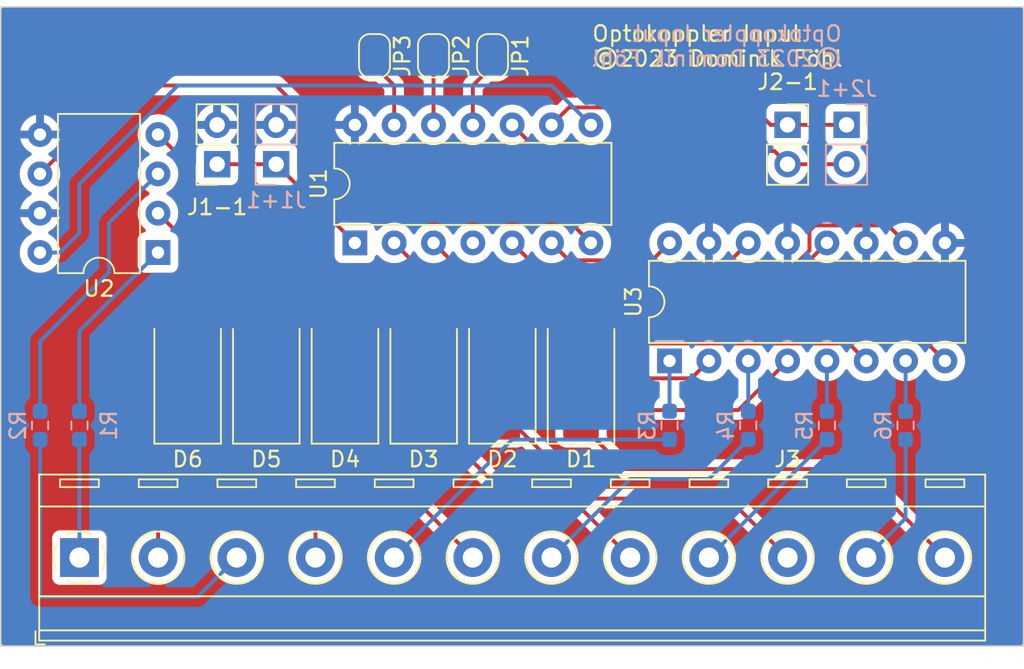
<source format=kicad_pcb>
(kicad_pcb (version 20221018) (generator pcbnew)
  (layers (0 "F.Cu" signal) (31 "B.Cu" signal) (34 "B.Paste" user) (35 "F.Paste" user) (36 "B.SilkS" user "B.Silkscreen") (37 "F.SilkS" user "F.Silkscreen") (38 "B.Mask" user) (39 "F.Mask" user) (44 "Edge.Cuts" user))
  (net 0 "")
  (net 1 "Net-(D1-K)")
  (net 2 "Net-(D1-A)")
  (net 3 "Net-(D2-K)")
  (net 4 "Net-(D2-A)")
  (net 5 "Net-(D3-K)")
  (net 6 "Net-(D3-A)")
  (net 7 "Net-(D4-K)")
  (net 8 "Net-(D4-A)")
  (net 9 "Net-(D5-K)")
  (net 10 "Net-(D5-A)")
  (net 11 "Net-(D6-K)")
  (net 12 "Net-(D6-A)")
  (net 13 "GND")
  (net 14 "+5V")
  (net 15 "Net-(R5-Pad1)")
  (net 16 "Net-(J2+1-Pin_2)")
  (net 17 "Net-(J2+1-Pin_1)")
  (net 18 "Net-(JP1-B)")
  (net 19 "Net-(JP2-B)")
  (net 20 "Net-(JP3-B)")
  (net 21 "Net-(R1-Pad1)")
  (net 22 "Net-(R2-Pad1)")
  (net 23 "Net-(R3-Pad1)")
  (net 24 "Net-(R4-Pad1)")
  (net 25 "Net-(R6-Pad1)")
  (net 26 "Net-(U1-~{SS}{slash}PWM2{slash}CLCIN0{slash}C2IN3-{slash}C1IN3-{slash}AN7{slash}RC3)")
  (net 27 "Net-(U1-CLC2IN1{slash}CWG1B{slash}C2OUT{slash}RC4)")
  (net 28 "Net-(U1-PWM1{slash}CLC1{slash}CWG1A{slash}RC5)")
  (net 30 "Net-(U1-RA4{slash}AN3{slash}T1G{slash}NCO1{slash}SDO{slash}CLKOUT)")
  (net 31 "Net-(U1-RA5{slash}T1CKI{slash}NCO1CLK{slash}CLCIN1{slash}CLKIN)")
  (net 32 "Net-(U1-SDO{slash}C2IN2-{slash}C1IN2-{slash}AN6{slash}RC2)")
  (net 33 "Net-(J3-Pin_1)")
  (net 34 "Net-(J3-Pin_3)")
  (net 35 "Net-(J3-Pin_5)")
  (net 36 "Net-(J3-Pin_7)")
  (net 37 "Net-(J3-Pin_9)")
  (net 38 "Net-(J3-Pin_11)")
  (footprint "Jumper:SolderJumper-2_P1.3mm_Open_RoundedPad1.0x1.5mm" (layer "F.Cu") (at 151.13 94.6 -90)
    (fp_text reference "JP3" (at 0 -1.8 90) (layer "F.SilkS"))
    (fp_text value "I2C Bit 3")
    (fp_line (start -1.4 0.3) (end -1.4 -0.3) (stroke (width 0.12)) (layer "F.SilkS"))
    (fp_line (start -0.7 -1) (end 0.7 -1) (stroke (width 0.12)) (layer "F.SilkS"))
    (fp_line (start 0.7 1) (end -0.7 1) (stroke (width 0.12)) (layer "F.SilkS"))
    (fp_line (start 1.4 -0.3) (end 1.4 0.3) (stroke (width 0.12)) (layer "F.SilkS"))
    (fp_arc (start -1.4 -0.3) (mid -1.194975 -0.794975) (end -0.7 -1) (stroke (width 0.12)) (layer "F.SilkS"))
    (fp_arc (start -0.7 1) (mid -1.194975 0.794975) (end -1.4 0.3) (stroke (width 0.12)) (layer "F.SilkS"))
    (fp_arc (start 0.7 -1) (mid 1.194975 -0.794975) (end 1.4 -0.3) (stroke (width 0.12)) (layer "F.SilkS"))
    (fp_arc (start 1.4 0.3) (mid 1.194975 0.794975) (end 0.7 1) (stroke (width 0.12)) (layer "F.SilkS"))
    (pad "1" smd custom (at -0.65 0 270) (size 1 0.5) (layers "F.Cu" "F.Mask") (net 13 "GND") (options (clearance outline) (anchor rect)) (primitives (gr_circle (center 0 0.25) (end 0.5 0.25) (width 0) (fill yes)) (gr_circle (center 0 -0.25) (end 0.5 -0.25) (width 0) (fill yes)) (gr_poly (pts (xy 0.5 0.75) (xy 0 0.75) (xy 0 -0.75) (xy 0.5 -0.75)) (width 0) (fill yes))))
    (pad "2" smd custom (at 0.65 0 270) (size 1 0.5) (layers "F.Cu" "F.Mask") (net 20 "Net-(JP3-B)") (options (clearance outline) (anchor rect)) (primitives (gr_circle (center 0 0.25) (end 0.5 0.25) (width 0) (fill yes)) (gr_circle (center 0 -0.25) (end 0.5 -0.25) (width 0) (fill yes)) (gr_poly (pts (xy 0 0.75) (xy -0.5 0.75) (xy -0.5 -0.75) (xy 0 -0.75)) (width 0) (fill yes))))
  )
  (footprint "Connector_PinSocket_2.54mm:PinSocket_1x02_P2.54mm_Vertical" (layer "F.Cu") (at 140.97 101.6 180)
    (fp_text reference "J1-1" (at 0 -2.77) (layer "F.SilkS"))
    (fp_text value "Power")
    (fp_line (start -1.33 1.27) (end -1.33 3.87) (stroke (width 0.12)) (layer "F.SilkS"))
    (fp_line (start -1.33 1.27) (end 1.33 1.27) (stroke (width 0.12)) (layer "F.SilkS"))
    (fp_line (start -1.33 3.87) (end 1.33 3.87) (stroke (width 0.12)) (layer "F.SilkS"))
    (fp_line (start 0 -1.33) (end 1.33 -1.33) (stroke (width 0.12)) (layer "F.SilkS"))
    (fp_line (start 1.33 -1.33) (end 1.33 0) (stroke (width 0.12)) (layer "F.SilkS"))
    (fp_line (start 1.33 1.27) (end 1.33 3.87) (stroke (width 0.12)) (layer "F.SilkS"))
    (pad "1" thru_hole rect (at 0 0 180) (size 1.7 1.7) (drill 1) (layers "*.Cu" "*.Mask") (net 14 "+5V"))
    (pad "2" thru_hole oval (at 0 2.54 180) (size 1.7 1.7) (drill 1) (layers "*.Cu" "*.Mask") (net 13 "GND"))
  )
  (footprint "Package_DIP:DIP-14_W7.62mm" (layer "F.Cu") (at 149.86 106.68 90)
    (fp_text reference "U1" (at 3.81 -2.33 90) (layer "F.SilkS"))
    (fp_text value "PIC16F1503-IP")
    (fp_line (start 1.16 -1.33) (end 1.16 16.57) (stroke (width 0.12)) (layer "F.SilkS"))
    (fp_line (start 1.16 16.57) (end 6.46 16.57) (stroke (width 0.12)) (layer "F.SilkS"))
    (fp_line (start 2.81 -1.33) (end 1.16 -1.33) (stroke (width 0.12)) (layer "F.SilkS"))
    (fp_line (start 6.46 -1.33) (end 4.81 -1.33) (stroke (width 0.12)) (layer "F.SilkS"))
    (fp_line (start 6.46 16.57) (end 6.46 -1.33) (stroke (width 0.12)) (layer "F.SilkS"))
    (fp_arc (start 4.81 -1.33) (mid 3.81 -0.33) (end 2.81 -1.33) (stroke (width 0.12)) (layer "F.SilkS"))
    (pad "1" thru_hole rect (at 0 0 90) (size 1.6 1.6) (drill 0.8) (layers "*.Cu" "*.Mask") (net 14 "+5V"))
    (pad "2" thru_hole oval (at 0 2.54 90) (size 1.6 1.6) (drill 0.8) (layers "*.Cu" "*.Mask") (net 31 "Net-(U1-RA5{slash}T1CKI{slash}NCO1CLK{slash}CLCIN1{slash}CLKIN)"))
    (pad "3" thru_hole oval (at 0 5.08 90) (size 1.6 1.6) (drill 0.8) (layers "*.Cu" "*.Mask") (net 30 "Net-(U1-RA4{slash}AN3{slash}T1G{slash}NCO1{slash}SDO{slash}CLKOUT)"))
    (pad "4" thru_hole oval (at 0 7.62 90) (size 1.6 1.6) (drill 0.8) (layers "*.Cu" "*.Mask"))
    (pad "5" thru_hole oval (at 0 10.16 90) (size 1.6 1.6) (drill 0.8) (layers "*.Cu" "*.Mask") (net 28 "Net-(U1-PWM1{slash}CLC1{slash}CWG1A{slash}RC5)"))
    (pad "6" thru_hole oval (at 0 12.7 90) (size 1.6 1.6) (drill 0.8) (layers "*.Cu" "*.Mask") (net 27 "Net-(U1-CLC2IN1{slash}CWG1B{slash}C2OUT{slash}RC4)"))
    (pad "7" thru_hole oval (at 0 15.24 90) (size 1.6 1.6) (drill 0.8) (layers "*.Cu" "*.Mask") (net 26 "Net-(U1-~{SS}{slash}PWM2{slash}CLCIN0{slash}C2IN3-{slash}C1IN3-{slash}AN7{slash}RC3)"))
    (pad "8" thru_hole oval (at 7.62 15.24 90) (size 1.6 1.6) (drill 0.8) (layers "*.Cu" "*.Mask") (net 32 "Net-(U1-SDO{slash}C2IN2-{slash}C1IN2-{slash}AN6{slash}RC2)"))
    (pad "9" thru_hole oval (at 7.62 12.7 90) (size 1.6 1.6) (drill 0.8) (layers "*.Cu" "*.Mask") (net 17 "Net-(J2+1-Pin_1)"))
    (pad "10" thru_hole oval (at 7.62 10.16 90) (size 1.6 1.6) (drill 0.8) (layers "*.Cu" "*.Mask") (net 16 "Net-(J2+1-Pin_2)"))
    (pad "11" thru_hole oval (at 7.62 7.62 90) (size 1.6 1.6) (drill 0.8) (layers "*.Cu" "*.Mask") (net 18 "Net-(JP1-B)"))
    (pad "12" thru_hole oval (at 7.62 5.08 90) (size 1.6 1.6) (drill 0.8) (layers "*.Cu" "*.Mask") (net 19 "Net-(JP2-B)"))
    (pad "13" thru_hole oval (at 7.62 2.54 90) (size 1.6 1.6) (drill 0.8) (layers "*.Cu" "*.Mask") (net 20 "Net-(JP3-B)"))
    (pad "14" thru_hole oval (at 7.62 0 90) (size 1.6 1.6) (drill 0.8) (layers "*.Cu" "*.Mask") (net 13 "GND"))
  )
  (footprint "Jumper:SolderJumper-2_P1.3mm_Open_RoundedPad1.0x1.5mm" (layer "F.Cu") (at 154.94 94.6 -90)
    (fp_text reference "JP2" (at 0 -1.8 90) (layer "F.SilkS"))
    (fp_text value "I2C Bit 2")
    (fp_line (start -1.4 0.3) (end -1.4 -0.3) (stroke (width 0.12)) (layer "F.SilkS"))
    (fp_line (start -0.7 -1) (end 0.7 -1) (stroke (width 0.12)) (layer "F.SilkS"))
    (fp_line (start 0.7 1) (end -0.7 1) (stroke (width 0.12)) (layer "F.SilkS"))
    (fp_line (start 1.4 -0.3) (end 1.4 0.3) (stroke (width 0.12)) (layer "F.SilkS"))
    (fp_arc (start -1.4 -0.3) (mid -1.194975 -0.794975) (end -0.7 -1) (stroke (width 0.12)) (layer "F.SilkS"))
    (fp_arc (start -0.7 1) (mid -1.194975 0.794975) (end -1.4 0.3) (stroke (width 0.12)) (layer "F.SilkS"))
    (fp_arc (start 0.7 -1) (mid 1.194975 -0.794975) (end 1.4 -0.3) (stroke (width 0.12)) (layer "F.SilkS"))
    (fp_arc (start 1.4 0.3) (mid 1.194975 0.794975) (end 0.7 1) (stroke (width 0.12)) (layer "F.SilkS"))
    (pad "1" smd custom (at -0.65 0 270) (size 1 0.5) (layers "F.Cu" "F.Mask") (net 13 "GND") (options (clearance outline) (anchor rect)) (primitives (gr_circle (center 0 0.25) (end 0.5 0.25) (width 0) (fill yes)) (gr_circle (center 0 -0.25) (end 0.5 -0.25) (width 0) (fill yes)) (gr_poly (pts (xy 0.5 0.75) (xy 0 0.75) (xy 0 -0.75) (xy 0.5 -0.75)) (width 0) (fill yes))))
    (pad "2" smd custom (at 0.65 0 270) (size 1 0.5) (layers "F.Cu" "F.Mask") (net 19 "Net-(JP2-B)") (options (clearance outline) (anchor rect)) (primitives (gr_circle (center 0 0.25) (end 0.5 0.25) (width 0) (fill yes)) (gr_circle (center 0 -0.25) (end 0.5 -0.25) (width 0) (fill yes)) (gr_poly (pts (xy 0 0.75) (xy -0.5 0.75) (xy -0.5 -0.75) (xy 0 -0.75)) (width 0) (fill yes))))
  )
  (footprint "Jumper:SolderJumper-2_P1.3mm_Open_RoundedPad1.0x1.5mm" (layer "F.Cu") (at 158.75 94.6 -90)
    (fp_text reference "JP1" (at 0 -1.8 90) (layer "F.SilkS"))
    (fp_text value "I2C Bit 1")
    (fp_line (start -1.4 0.3) (end -1.4 -0.3) (stroke (width 0.12)) (layer "F.SilkS"))
    (fp_line (start -0.7 -1) (end 0.7 -1) (stroke (width 0.12)) (layer "F.SilkS"))
    (fp_line (start 0.7 1) (end -0.7 1) (stroke (width 0.12)) (layer "F.SilkS"))
    (fp_line (start 1.4 -0.3) (end 1.4 0.3) (stroke (width 0.12)) (layer "F.SilkS"))
    (fp_arc (start -1.4 -0.3) (mid -1.194975 -0.794975) (end -0.7 -1) (stroke (width 0.12)) (layer "F.SilkS"))
    (fp_arc (start -0.7 1) (mid -1.194975 0.794975) (end -1.4 0.3) (stroke (width 0.12)) (layer "F.SilkS"))
    (fp_arc (start 0.7 -1) (mid 1.194975 -0.794975) (end 1.4 -0.3) (stroke (width 0.12)) (layer "F.SilkS"))
    (fp_arc (start 1.4 0.3) (mid 1.194975 0.794975) (end 0.7 1) (stroke (width 0.12)) (layer "F.SilkS"))
    (pad "1" smd custom (at -0.65 0 270) (size 1 0.5) (layers "F.Cu" "F.Mask") (net 13 "GND") (options (clearance outline) (anchor rect)) (primitives (gr_circle (center 0 0.25) (end 0.5 0.25) (width 0) (fill yes)) (gr_circle (center 0 -0.25) (end 0.5 -0.25) (width 0) (fill yes)) (gr_poly (pts (xy 0.5 0.75) (xy 0 0.75) (xy 0 -0.75) (xy 0.5 -0.75)) (width 0) (fill yes))))
    (pad "2" smd custom (at 0.65 0 270) (size 1 0.5) (layers "F.Cu" "F.Mask") (net 18 "Net-(JP1-B)") (options (clearance outline) (anchor rect)) (primitives (gr_circle (center 0 0.25) (end 0.5 0.25) (width 0) (fill yes)) (gr_circle (center 0 -0.25) (end 0.5 -0.25) (width 0) (fill yes)) (gr_poly (pts (xy 0 0.75) (xy -0.5 0.75) (xy -0.5 -0.75) (xy 0 -0.75)) (width 0) (fill yes))))
  )
  (footprint "Connector_PinSocket_2.54mm:PinSocket_1x02_P2.54mm_Vertical" (layer "F.Cu") (at 177.8 99.06)
    (fp_text reference "J2-1" (at 0 -2.77) (layer "F.SilkS"))
    (fp_text value "I2C")
    (fp_line (start -1.33 1.27) (end -1.33 3.87) (stroke (width 0.12)) (layer "F.SilkS"))
    (fp_line (start -1.33 1.27) (end 1.33 1.27) (stroke (width 0.12)) (layer "F.SilkS"))
    (fp_line (start -1.33 3.87) (end 1.33 3.87) (stroke (width 0.12)) (layer "F.SilkS"))
    (fp_line (start 0 -1.33) (end 1.33 -1.33) (stroke (width 0.12)) (layer "F.SilkS"))
    (fp_line (start 1.33 -1.33) (end 1.33 0) (stroke (width 0.12)) (layer "F.SilkS"))
    (fp_line (start 1.33 1.27) (end 1.33 3.87) (stroke (width 0.12)) (layer "F.SilkS"))
    (pad "1" thru_hole rect (at 0 0) (size 1.7 1.7) (drill 1) (layers "*.Cu" "*.Mask") (net 17 "Net-(J2+1-Pin_1)"))
    (pad "2" thru_hole oval (at 0 2.54) (size 1.7 1.7) (drill 1) (layers "*.Cu" "*.Mask") (net 16 "Net-(J2+1-Pin_2)"))
  )
  (footprint "TerminalBlock_RND:TerminalBlock_RND_205-00297_1x12_P5.08mm_Horizontal" (layer "F.Cu") (at 132.08 127)
    (fp_text reference "J3" (at 45.72 -6.35) (layer "F.SilkS"))
    (fp_text value "Screw_Terminal_01x12")
    (fp_line (start -2.84 4.76) (end -2.84 5.6) (stroke (width 0.12)) (layer "F.SilkS"))
    (fp_line (start -2.84 5.6) (end -2.24 5.6) (stroke (width 0.12)) (layer "F.SilkS"))
    (fp_line (start -2.6 -5.36) (end -2.6 5.36) (stroke (width 0.12)) (layer "F.SilkS"))
    (fp_line (start -2.6 -5.36) (end 58.48 -5.36) (stroke (width 0.12)) (layer "F.SilkS"))
    (fp_line (start -2.6 -3.3) (end 58.48 -3.3) (stroke (width 0.12)) (layer "F.SilkS"))
    (fp_line (start -2.6 2.5) (end 58.48 2.5) (stroke (width 0.12)) (layer "F.SilkS"))
    (fp_line (start -2.6 4.7) (end 58.48 4.7) (stroke (width 0.12)) (layer "F.SilkS"))
    (fp_line (start -2.6 5.36) (end 58.48 5.36) (stroke (width 0.12)) (layer "F.SilkS"))
    (fp_line (start -1.25 -5.05) (end -1.25 -4.55) (stroke (width 0.12)) (layer "F.SilkS"))
    (fp_line (start -1.25 -5.05) (end 1.25 -5.05) (stroke (width 0.12)) (layer "F.SilkS"))
    (fp_line (start -1.25 -4.55) (end 1.25 -4.55) (stroke (width 0.12)) (layer "F.SilkS"))
    (fp_line (start 1.25 -5.05) (end 1.25 -4.55) (stroke (width 0.12)) (layer "F.SilkS"))
    (fp_line (start 3.83 -5.05) (end 3.83 -4.55) (stroke (width 0.12)) (layer "F.SilkS"))
    (fp_line (start 3.83 -5.05) (end 6.33 -5.05) (stroke (width 0.12)) (layer "F.SilkS"))
    (fp_line (start 3.83 -4.55) (end 6.33 -4.55) (stroke (width 0.12)) (layer "F.SilkS"))
    (fp_line (start 3.9 0.976) (end 3.806 1.069) (stroke (width 0.12)) (layer "F.SilkS"))
    (fp_line (start 4.07 1.216) (end 4.011 1.274) (stroke (width 0.12)) (layer "F.SilkS"))
    (fp_line (start 6.15 -1.275) (end 6.091 -1.216) (stroke (width 0.12)) (layer "F.SilkS"))
    (fp_line (start 6.33 -5.05) (end 6.33 -4.55) (stroke (width 0.12)) (layer "F.SilkS"))
    (fp_line (start 6.355 -1.069) (end 6.261 -0.976) (stroke (width 0.12)) (layer "F.SilkS"))
    (fp_line (start 8.91 -5.05) (end 8.91 -4.55) (stroke (width 0.12)) (layer "F.SilkS"))
    (fp_line (start 8.91 -5.05) (end 11.41 -5.05) (stroke (width 0.12)) (layer "F.SilkS"))
    (fp_line (start 8.91 -4.55) (end 11.41 -4.55) (stroke (width 0.12)) (layer "F.SilkS"))
    (fp_line (start 8.98 0.976) (end 8.886 1.069) (stroke (width 0.12)) (layer "F.SilkS"))
    (fp_line (start 9.15 1.216) (end 9.091 1.274) (stroke (width 0.12)) (layer "F.SilkS"))
    (fp_line (start 11.23 -1.275) (end 11.171 -1.216) (stroke (width 0.12)) (layer "F.SilkS"))
    (fp_line (start 11.41 -5.05) (end 11.41 -4.55) (stroke (width 0.12)) (layer "F.SilkS"))
    (fp_line (start 11.435 -1.069) (end 11.341 -0.976) (stroke (width 0.12)) (layer "F.SilkS"))
    (fp_line (start 13.99 -5.05) (end 13.99 -4.55) (stroke (width 0.12)) (layer "F.SilkS"))
    (fp_line (start 13.99 -5.05) (end 16.49 -5.05) (stroke (width 0.12)) (layer "F.SilkS"))
    (fp_line (start 13.99 -4.55) (end 16.49 -4.55) (stroke (width 0.12)) (layer "F.SilkS"))
    (fp_line (start 14.06 0.976) (end 13.966 1.069) (stroke (width 0.12)) (layer "F.SilkS"))
    (fp_line (start 14.23 1.216) (end 14.171 1.274) (stroke (width 0.12)) (layer "F.SilkS"))
    (fp_line (start 16.31 -1.275) (end 16.251 -1.216) (stroke (width 0.12)) (layer "F.SilkS"))
    (fp_line (start 16.49 -5.05) (end 16.49 -4.55) (stroke (width 0.12)) (layer "F.SilkS"))
    (fp_line (start 16.515 -1.069) (end 16.421 -0.976) (stroke (width 0.12)) (layer "F.SilkS"))
    (fp_line (start 19.07 -5.05) (end 19.07 -4.55) (stroke (width 0.12)) (layer "F.SilkS"))
    (fp_line (start 19.07 -5.05) (end 21.57 -5.05) (stroke (width 0.12)) (layer "F.SilkS"))
    (fp_line (start 19.07 -4.55) (end 21.57 -4.55) (stroke (width 0.12)) (layer "F.SilkS"))
    (fp_line (start 19.14 0.976) (end 19.046 1.069) (stroke (width 0.12)) (layer "F.SilkS"))
    (fp_line (start 19.31 1.216) (end 19.251 1.274) (stroke (width 0.12)) (layer "F.SilkS"))
    (fp_line (start 21.39 -1.275) (end 21.331 -1.216) (stroke (width 0.12)) (layer "F.SilkS"))
    (fp_line (start 21.57 -5.05) (end 21.57 -4.55) (stroke (width 0.12)) (layer "F.SilkS"))
    (fp_line (start 21.595 -1.069) (end 21.501 -0.976) (stroke (width 0.12)) (layer "F.SilkS"))
    (fp_line (start 24.15 -5.05) (end 24.15 -4.55) (stroke (width 0.12)) (layer "F.SilkS"))
    (fp_line (start 24.15 -5.05) (end 26.65 -5.05) (stroke (width 0.12)) (layer "F.SilkS"))
    (fp_line (start 24.15 -4.55) (end 26.65 -4.55) (stroke (width 0.12)) (layer "F.SilkS"))
    (fp_line (start 24.22 0.976) (end 24.126 1.069) (stroke (width 0.12)) (layer "F.SilkS"))
    (fp_line (start 24.39 1.216) (end 24.331 1.274) (stroke (width 0.12)) (layer "F.SilkS"))
    (fp_line (start 26.47 -1.275) (end 26.411 -1.216) (stroke (width 0.12)) (layer "F.SilkS"))
    (fp_line (start 26.65 -5.05) (end 26.65 -4.55) (stroke (width 0.12)) (layer "F.SilkS"))
    (fp_line (start 26.675 -1.069) (end 26.581 -0.976) (stroke (width 0.12)) (layer "F.SilkS"))
    (fp_line (start 29.23 -5.05) (end 29.23 -4.55) (stroke (width 0.12)) (layer "F.SilkS"))
    (fp_line (start 29.23 -5.05) (end 31.73 -5.05) (stroke (width 0.12)) (layer "F.SilkS"))
    (fp_line (start 29.23 -4.55) (end 31.73 -4.55) (stroke (width 0.12)) (layer "F.SilkS"))
    (fp_line (start 29.3 0.976) (end 29.206 1.069) (stroke (width 0.12)) (layer "F.SilkS"))
    (fp_line (start 29.47 1.216) (end 29.411 1.274) (stroke (width 0.12)) (layer "F.SilkS"))
    (fp_line (start 31.55 -1.275) (end 31.491 -1.216) (stroke (width 0.12)) (layer "F.SilkS"))
    (fp_line (start 31.73 -5.05) (end 31.73 -4.55) (stroke (width 0.12)) (layer "F.SilkS"))
    (fp_line (start 31.755 -1.069) (end 31.661 -0.976) (stroke (width 0.12)) (layer "F.SilkS"))
    (fp_line (start 34.31 -5.05) (end 34.31 -4.55) (stroke (width 0.12)) (layer "F.SilkS"))
    (fp_line (start 34.31 -5.05) (end 36.81 -5.05) (stroke (width 0.12)) (layer "F.SilkS"))
    (fp_line (start 34.31 -4.55) (end 36.81 -4.55) (stroke (width 0.12)) (layer "F.SilkS"))
    (fp_line (start 34.38 0.976) (end 34.286 1.069) (stroke (width 0.12)) (layer "F.SilkS"))
    (fp_line (start 34.55 1.216) (end 34.491 1.274) (stroke (width 0.12)) (layer "F.SilkS"))
    (fp_line (start 36.63 -1.275) (end 36.571 -1.216) (stroke (width 0.12)) (layer "F.SilkS"))
    (fp_line (start 36.81 -5.05) (end 36.81 -4.55) (stroke (width 0.12)) (layer "F.SilkS"))
    (fp_line (start 36.835 -1.069) (end 36.741 -0.976) (stroke (width 0.12)) (layer "F.SilkS"))
    (fp_line (start 39.39 -5.05) (end 39.39 -4.55) (stroke (width 0.12)) (layer "F.SilkS"))
    (fp_line (start 39.39 -5.05) (end 41.89 -5.05) (stroke (width 0.12)) (layer "F.SilkS"))
    (fp_line (start 39.39 -4.55) (end 41.89 -4.55) (stroke (width 0.12)) (layer "F.SilkS"))
    (fp_line (start 39.46 0.976) (end 39.366 1.069) (stroke (width 0.12)) (layer "F.SilkS"))
    (fp_line (start 39.63 1.216) (end 39.571 1.274) (stroke (width 0.12)) (layer "F.SilkS"))
    (fp_line (start 41.71 -1.275) (end 41.651 -1.216) (stroke (width 0.12)) (layer "F.SilkS"))
    (fp_line (start 41.89 -5.05) (end 41.89 -4.55) (stroke (width 0.12)) (layer "F.SilkS"))
    (fp_line (start 41.915 -1.069) (end 41.821 -0.976) (stroke (width 0.12)) (layer "F.SilkS"))
    (fp_line (start 44.47 -5.05) (end 44.47 -4.55) (stroke (width 0.12)) (layer "F.SilkS"))
    (fp_line (start 44.47 -5.05) (end 46.97 -5.05) (stroke (width 0.12)) (layer "F.SilkS"))
    (fp_line (start 44.47 -4.55) (end 46.97 -4.55) (stroke (width 0.12)) (layer "F.SilkS"))
    (fp_line (start 44.54 0.976) (end 44.446 1.069) (stroke (width 0.12)) (layer "F.SilkS"))
    (fp_line (start 44.71 1.216) (end 44.651 1.274) (stroke (width 0.12)) (layer "F.SilkS"))
    (fp_line (start 46.79 -1.275) (end 46.731 -1.216) (stroke (width 0.12)) (layer "F.SilkS"))
    (fp_line (start 46.97 -5.05) (end 46.97 -4.55) (stroke (width 0.12)) (layer "F.SilkS"))
    (fp_line (start 46.995 -1.069) (end 46.901 -0.976) (stroke (width 0.12)) (layer "F.SilkS"))
    (fp_line (start 49.55 -5.05) (end 49.55 -4.55) (stroke (width 0.12)) (layer "F.SilkS"))
    (fp_line (start 49.55 -5.05) (end 52.05 -5.05) (stroke (width 0.12)) (layer "F.SilkS"))
    (fp_line (start 49.55 -4.55) (end 52.05 -4.55) (stroke (width 0.12)) (layer "F.SilkS"))
    (fp_line (start 49.62 0.976) (end 49.526 1.069) (stroke (width 0.12)) (layer "F.SilkS"))
    (fp_line (start 49.79 1.216) (end 49.731 1.274) (stroke (width 0.12)) (layer "F.SilkS"))
    (fp_line (start 51.87 -1.275) (end 51.811 -1.216) (stroke (width 0.12)) (layer "F.SilkS"))
    (fp_line (start 52.05 -5.05) (end 52.05 -4.55) (stroke (width 0.12)) (layer "F.SilkS"))
    (fp_line (start 52.075 -1.069) (end 51.981 -0.976) (stroke (width 0.12)) (layer "F.SilkS"))
    (fp_line (start 54.63 -5.05) (end 54.63 -4.55) (stroke (width 0.12)) (layer "F.SilkS"))
    (fp_line (start 54.63 -5.05) (end 57.13 -5.05) (stroke (width 0.12)) (layer "F.SilkS"))
    (fp_line (start 54.63 -4.55) (end 57.13 -4.55) (stroke (width 0.12)) (layer "F.SilkS"))
    (fp_line (start 54.7 0.976) (end 54.606 1.069) (stroke (width 0.12)) (layer "F.SilkS"))
    (fp_line (start 54.87 1.216) (end 54.811 1.274) (stroke (width 0.12)) (layer "F.SilkS"))
    (fp_line (start 56.95 -1.275) (end 56.891 -1.216) (stroke (width 0.12)) (layer "F.SilkS"))
    (fp_line (start 57.13 -5.05) (end 57.13 -4.55) (stroke (width 0.12)) (layer "F.SilkS"))
    (fp_line (start 57.155 -1.069) (end 57.061 -0.976) (stroke (width 0.12)) (layer "F.SilkS"))
    (fp_line (start 58.48 -5.36) (end 58.48 5.36) (stroke (width 0.12)) (layer "F.SilkS"))
    (fp_arc (start -1.483953 0.789089) (mid -1.680708 0.00005) (end -1.484 -0.789) (stroke (width 0.12)) (layer "F.SilkS"))
    (fp_arc (start -0.789089 -1.483953) (mid -0.00005 -1.680708) (end 0.789 -1.484) (stroke (width 0.12)) (layer "F.SilkS"))
    (fp_arc (start 0.029383 1.68045) (mid -0.392304 1.634281) (end -0.789 1.484) (stroke (width 0.12)) (layer "F.SilkS"))
    (fp_arc (start 0.788712 1.483352) (mid 0.406429 1.630097) (end 0 1.68) (stroke (width 0.12)) (layer "F.SilkS"))
    (fp_arc (start 1.483953 -0.789089) (mid 1.680708 -0.00005) (end 1.484 0.789) (stroke (width 0.12)) (layer "F.SilkS"))
    (fp_circle (center 5.08 0) (end 6.76 0) (stroke (width 0.12)) (fill none) (layer "F.SilkS"))
    (fp_circle (center 10.16 0) (end 11.84 0) (stroke (width 0.12)) (fill none) (layer "F.SilkS"))
    (fp_circle (center 15.24 0) (end 16.92 0) (stroke (width 0.12)) (fill none) (layer "F.SilkS"))
    (fp_circle (center 20.32 0) (end 22 0) (stroke (width 0.12)) (fill none) (layer "F.SilkS"))
    (fp_circle (center 25.4 0) (end 27.08 0) (stroke (width 0.12)) (fill none) (layer "F.SilkS"))
    (fp_circle (center 30.48 0) (end 32.16 0) (stroke (width 0.12)) (fill none) (layer "F.SilkS"))
    (fp_circle (center 35.56 0) (end 37.24 0) (stroke (width 0.12)) (fill none) (layer "F.SilkS"))
    (fp_circle (center 40.64 0) (end 42.32 0) (stroke (width 0.12)) (fill none) (layer "F.SilkS"))
    (fp_circle (center 45.72 0) (end 47.4 0) (stroke (width 0.12)) (fill none) (layer "F.SilkS"))
    (fp_circle (center 50.8 0) (end 52.48 0) (stroke (width 0.12)) (fill none) (layer "F.SilkS"))
    (fp_circle (center 55.88 0) (end 57.56 0) (stroke (width 0.12)) (fill none) (layer "F.SilkS"))
    (pad "1" thru_hole rect (at 0 0) (size 2.5 2.5) (drill 1.3) (layers "*.Cu" "*.Mask") (net 33 "Net-(J3-Pin_1)"))
    (pad "2" thru_hole circle (at 5.08 0) (size 2.5 2.5) (drill 1.3) (layers "*.Cu" "*.Mask") (net 11 "Net-(D6-K)"))
    (pad "3" thru_hole circle (at 10.16 0) (size 2.5 2.5) (drill 1.3) (layers "*.Cu" "*.Mask") (net 34 "Net-(J3-Pin_3)"))
    (pad "4" thru_hole circle (at 15.24 0) (size 2.5 2.5) (drill 1.3) (layers "*.Cu" "*.Mask") (net 9 "Net-(D5-K)"))
    (pad "5" thru_hole circle (at 20.32 0) (size 2.5 2.5) (drill 1.3) (layers "*.Cu" "*.Mask") (net 35 "Net-(J3-Pin_5)"))
    (pad "6" thru_hole circle (at 25.4 0) (size 2.5 2.5) (drill 1.3) (layers "*.Cu" "*.Mask") (net 7 "Net-(D4-K)"))
    (pad "7" thru_hole circle (at 30.48 0) (size 2.5 2.5) (drill 1.3) (layers "*.Cu" "*.Mask") (net 36 "Net-(J3-Pin_7)"))
    (pad "8" thru_hole circle (at 35.56 0) (size 2.5 2.5) (drill 1.3) (layers "*.Cu" "*.Mask") (net 5 "Net-(D3-K)"))
    (pad "9" thru_hole circle (at 40.64 0) (size 2.5 2.5) (drill 1.3) (layers "*.Cu" "*.Mask") (net 37 "Net-(J3-Pin_9)"))
    (pad "10" thru_hole circle (at 45.72 0) (size 2.5 2.5) (drill 1.3) (layers "*.Cu" "*.Mask") (net 3 "Net-(D2-K)"))
    (pad "11" thru_hole circle (at 50.8 0) (size 2.5 2.5) (drill 1.3) (layers "*.Cu" "*.Mask") (net 38 "Net-(J3-Pin_11)"))
    (pad "12" thru_hole circle (at 55.88 0) (size 2.5 2.5) (drill 1.3) (layers "*.Cu" "*.Mask") (net 1 "Net-(D1-K)"))
  )
  (footprint "Diode_SMD:D_SMB_Handsoldering" (layer "F.Cu") (at 159.385 114.935 90)
    (fp_text reference "D2" (at -5.715 0 180) (layer "F.SilkS"))
    (fp_text value "1N4001")
    (fp_line (start -4.71 -2.15) (end -4.71 2.15) (stroke (width 0.12)) (layer "F.SilkS"))
    (fp_line (start -4.71 -2.15) (end 2.7 -2.15) (stroke (width 0.12)) (layer "F.SilkS"))
    (fp_line (start -4.71 2.15) (end 2.7 2.15) (stroke (width 0.12)) (layer "F.SilkS"))
    (pad "1" smd roundrect (at -2.7 0 90) (size 3.5 2.3) (layers "F.Cu" "F.Paste" "F.Mask") (roundrect_rratio 0.1086956522) (net 3 "Net-(D2-K)"))
    (pad "2" smd roundrect (at 2.7 0 90) (size 3.5 2.3) (layers "F.Cu" "F.Paste" "F.Mask") (roundrect_rratio 0.1086956522) (net 4 "Net-(D2-A)"))
  )
  (footprint "Diode_SMD:D_SMB_Handsoldering" (layer "F.Cu") (at 154.305 114.935 90)
    (fp_text reference "D3" (at -5.715 0 180) (layer "F.SilkS"))
    (fp_text value "1N4001")
    (fp_line (start -4.71 -2.15) (end -4.71 2.15) (stroke (width 0.12)) (layer "F.SilkS"))
    (fp_line (start -4.71 -2.15) (end 2.7 -2.15) (stroke (width 0.12)) (layer "F.SilkS"))
    (fp_line (start -4.71 2.15) (end 2.7 2.15) (stroke (width 0.12)) (layer "F.SilkS"))
    (pad "1" smd roundrect (at -2.7 0 90) (size 3.5 2.3) (layers "F.Cu" "F.Paste" "F.Mask") (roundrect_rratio 0.1086956522) (net 5 "Net-(D3-K)"))
    (pad "2" smd roundrect (at 2.7 0 90) (size 3.5 2.3) (layers "F.Cu" "F.Paste" "F.Mask") (roundrect_rratio 0.1086956522) (net 6 "Net-(D3-A)"))
  )
  (footprint "Diode_SMD:D_SMB_Handsoldering" (layer "F.Cu") (at 149.225 114.935 90)
    (fp_text reference "D4" (at -5.715 0 180) (layer "F.SilkS"))
    (fp_text value "1N4001")
    (fp_line (start -4.71 -2.15) (end -4.71 2.15) (stroke (width 0.12)) (layer "F.SilkS"))
    (fp_line (start -4.71 -2.15) (end 2.7 -2.15) (stroke (width 0.12)) (layer "F.SilkS"))
    (fp_line (start -4.71 2.15) (end 2.7 2.15) (stroke (width 0.12)) (layer "F.SilkS"))
    (pad "1" smd roundrect (at -2.7 0 90) (size 3.5 2.3) (layers "F.Cu" "F.Paste" "F.Mask") (roundrect_rratio 0.1086956522) (net 7 "Net-(D4-K)"))
    (pad "2" smd roundrect (at 2.7 0 90) (size 3.5 2.3) (layers "F.Cu" "F.Paste" "F.Mask") (roundrect_rratio 0.1086956522) (net 8 "Net-(D4-A)"))
  )
  (footprint "Package_DIP:DIP-8_W7.62mm" (layer "F.Cu") (at 137.15 107.305 180)
    (fp_text reference "U2" (at 3.81 -2.33) (layer "F.SilkS"))
    (fp_text value "LTV-825")
    (fp_line (start 1.16 -1.33) (end 1.16 8.95) (stroke (width 0.12)) (layer "F.SilkS"))
    (fp_line (start 1.16 8.95) (end 6.46 8.95) (stroke (width 0.12)) (layer "F.SilkS"))
    (fp_line (start 2.81 -1.33) (end 1.16 -1.33) (stroke (width 0.12)) (layer "F.SilkS"))
    (fp_line (start 6.46 -1.33) (end 4.81 -1.33) (stroke (width 0.12)) (layer "F.SilkS"))
    (fp_line (start 6.46 8.95) (end 6.46 -1.33) (stroke (width 0.12)) (layer "F.SilkS"))
    (fp_arc (start 4.81 -1.33) (mid 3.81 -0.33) (end 2.81 -1.33) (stroke (width 0.12)) (layer "F.SilkS"))
    (pad "1" thru_hole rect (at 0 0 180) (size 1.6 1.6) (drill 0.8) (layers "*.Cu" "*.Mask") (net 21 "Net-(R1-Pad1)"))
    (pad "2" thru_hole oval (at 0 2.54 180) (size 1.6 1.6) (drill 0.8) (layers "*.Cu" "*.Mask") (net 12 "Net-(D6-A)"))
    (pad "3" thru_hole oval (at 0 5.08 180) (size 1.6 1.6) (drill 0.8) (layers "*.Cu" "*.Mask") (net 22 "Net-(R2-Pad1)"))
    (pad "4" thru_hole oval (at 0 7.62 180) (size 1.6 1.6) (drill 0.8) (layers "*.Cu" "*.Mask") (net 10 "Net-(D5-A)"))
    (pad "5" thru_hole oval (at 7.62 7.62 180) (size 1.6 1.6) (drill 0.8) (layers "*.Cu" "*.Mask") (net 13 "GND"))
    (pad "6" thru_hole oval (at 7.62 5.08 180) (size 1.6 1.6) (drill 0.8) (layers "*.Cu" "*.Mask") (net 26 "Net-(U1-~{SS}{slash}PWM2{slash}CLCIN0{slash}C2IN3-{slash}C1IN3-{slash}AN7{slash}RC3)"))
    (pad "7" thru_hole oval (at 7.62 2.54 180) (size 1.6 1.6) (drill 0.8) (layers "*.Cu" "*.Mask") (net 13 "GND"))
    (pad "8" thru_hole oval (at 7.62 0 180) (size 1.6 1.6) (drill 0.8) (layers "*.Cu" "*.Mask") (net 32 "Net-(U1-SDO{slash}C2IN2-{slash}C1IN2-{slash}AN6{slash}RC2)"))
  )
  (footprint "Package_DIP:DIP-16_W7.62mm" (layer "F.Cu") (at 170.18 114.3 90)
    (fp_text reference "U3" (at 3.81 -2.33 90) (layer "F.SilkS"))
    (fp_text value "LTV-845")
    (fp_line (start 1.16 -1.33) (end 1.16 19.11) (stroke (width 0.12)) (layer "F.SilkS"))
    (fp_line (start 1.16 19.11) (end 6.46 19.11) (stroke (width 0.12)) (layer "F.SilkS"))
    (fp_line (start 2.81 -1.33) (end 1.16 -1.33) (stroke (width 0.12)) (layer "F.SilkS"))
    (fp_line (start 6.46 -1.33) (end 4.81 -1.33) (stroke (width 0.12)) (layer "F.SilkS"))
    (fp_line (start 6.46 19.11) (end 6.46 -1.33) (stroke (width 0.12)) (layer "F.SilkS"))
    (fp_arc (start 4.81 -1.33) (mid 3.81 -0.33) (end 2.81 -1.33) (stroke (width 0.12)) (layer "F.SilkS"))
    (pad "1" thru_hole rect (at 0 0 90) (size 1.6 1.6) (drill 0.8) (layers "*.Cu" "*.Mask") (net 23 "Net-(R3-Pad1)"))
    (pad "2" thru_hole oval (at 0 2.54 90) (size 1.6 1.6) (drill 0.8) (layers "*.Cu" "*.Mask") (net 8 "Net-(D4-A)"))
    (pad "3" thru_hole oval (at 0 5.08 90) (size 1.6 1.6) (drill 0.8) (layers "*.Cu" "*.Mask") (net 24 "Net-(R4-Pad1)"))
    (pad "4" thru_hole oval (at 0 7.62 90) (size 1.6 1.6) (drill 0.8) (layers "*.Cu" "*.Mask") (net 6 "Net-(D3-A)"))
    (pad "5" thru_hole oval (at 0 10.16 90) (size 1.6 1.6) (drill 0.8) (layers "*.Cu" "*.Mask") (net 15 "Net-(R5-Pad1)"))
    (pad "6" thru_hole oval (at 0 12.7 90) (size 1.6 1.6) (drill 0.8) (layers "*.Cu" "*.Mask") (net 4 "Net-(D2-A)"))
    (pad "7" thru_hole oval (at 0 15.24 90) (size 1.6 1.6) (drill 0.8) (layers "*.Cu" "*.Mask") (net 25 "Net-(R6-Pad1)"))
    (pad "8" thru_hole oval (at 0 17.78 90) (size 1.6 1.6) (drill 0.8) (layers "*.Cu" "*.Mask") (net 2 "Net-(D1-A)"))
    (pad "9" thru_hole oval (at 7.62 17.78 90) (size 1.6 1.6) (drill 0.8) (layers "*.Cu" "*.Mask") (net 13 "GND"))
    (pad "10" thru_hole oval (at 7.62 15.24 90) (size 1.6 1.6) (drill 0.8) (layers "*.Cu" "*.Mask") (net 30 "Net-(U1-RA4{slash}AN3{slash}T1G{slash}NCO1{slash}SDO{slash}CLKOUT)"))
    (pad "11" thru_hole oval (at 7.62 12.7 90) (size 1.6 1.6) (drill 0.8) (layers "*.Cu" "*.Mask") (net 13 "GND"))
    (pad "12" thru_hole oval (at 7.62 10.16 90) (size 1.6 1.6) (drill 0.8) (layers "*.Cu" "*.Mask") (net 31 "Net-(U1-RA5{slash}T1CKI{slash}NCO1CLK{slash}CLCIN1{slash}CLKIN)"))
    (pad "13" thru_hole oval (at 7.62 7.62 90) (size 1.6 1.6) (drill 0.8) (layers "*.Cu" "*.Mask") (net 13 "GND"))
    (pad "14" thru_hole oval (at 7.62 5.08 90) (size 1.6 1.6) (drill 0.8) (layers "*.Cu" "*.Mask") (net 28 "Net-(U1-PWM1{slash}CLC1{slash}CWG1A{slash}RC5)"))
    (pad "15" thru_hole oval (at 7.62 2.54 90) (size 1.6 1.6) (drill 0.8) (layers "*.Cu" "*.Mask") (net 13 "GND"))
    (pad "16" thru_hole oval (at 7.62 0 90) (size 1.6 1.6) (drill 0.8) (layers "*.Cu" "*.Mask") (net 27 "Net-(U1-CLC2IN1{slash}CWG1B{slash}C2OUT{slash}RC4)"))
  )
  (footprint "Diode_SMD:D_SMB_Handsoldering" (layer "F.Cu") (at 164.465 114.935 90)
    (fp_text reference "D1" (at -5.715 0 180) (layer "F.SilkS"))
    (fp_text value "1N4001")
    (fp_line (start -4.71 -2.15) (end -4.71 2.15) (stroke (width 0.12)) (layer "F.SilkS"))
    (fp_line (start -4.71 -2.15) (end 2.7 -2.15) (stroke (width 0.12)) (layer "F.SilkS"))
    (fp_line (start -4.71 2.15) (end 2.7 2.15) (stroke (width 0.12)) (layer "F.SilkS"))
    (pad "1" smd roundrect (at -2.7 0 90) (size 3.5 2.3) (layers "F.Cu" "F.Paste" "F.Mask") (roundrect_rratio 0.1086956522) (net 1 "Net-(D1-K)"))
    (pad "2" smd roundrect (at 2.7 0 90) (size 3.5 2.3) (layers "F.Cu" "F.Paste" "F.Mask") (roundrect_rratio 0.1086956522) (net 2 "Net-(D1-A)"))
  )
  (footprint "Diode_SMD:D_SMB_Handsoldering" (layer "F.Cu") (at 144.145 114.935 90)
    (fp_text reference "D5" (at -5.715 0 180) (layer "F.SilkS"))
    (fp_text value "1N4001")
    (fp_line (start -4.71 -2.15) (end -4.71 2.15) (stroke (width 0.12)) (layer "F.SilkS"))
    (fp_line (start -4.71 -2.15) (end 2.7 -2.15) (stroke (width 0.12)) (layer "F.SilkS"))
    (fp_line (start -4.71 2.15) (end 2.7 2.15) (stroke (width 0.12)) (layer "F.SilkS"))
    (pad "1" smd roundrect (at -2.7 0 90) (size 3.5 2.3) (layers "F.Cu" "F.Paste" "F.Mask") (roundrect_rratio 0.1086956522) (net 9 "Net-(D5-K)"))
    (pad "2" smd roundrect (at 2.7 0 90) (size 3.5 2.3) (layers "F.Cu" "F.Paste" "F.Mask") (roundrect_rratio 0.1086956522) (net 10 "Net-(D5-A)"))
  )
  (footprint "Diode_SMD:D_SMB_Handsoldering" (layer "F.Cu") (at 139.065 114.935 90)
    (fp_text reference "D6" (at -5.715 0 180) (layer "F.SilkS"))
    (fp_text value "1N4001")
    (fp_line (start -4.71 -2.15) (end -4.71 2.15) (stroke (width 0.12)) (layer "F.SilkS"))
    (fp_line (start -4.71 -2.15) (end 2.7 -2.15) (stroke (width 0.12)) (layer "F.SilkS"))
    (fp_line (start -4.71 2.15) (end 2.7 2.15) (stroke (width 0.12)) (layer "F.SilkS"))
    (pad "1" smd roundrect (at -2.7 0 90) (size 3.5 2.3) (layers "F.Cu" "F.Paste" "F.Mask") (roundrect_rratio 0.1086956522) (net 11 "Net-(D6-K)"))
    (pad "2" smd roundrect (at 2.7 0 90) (size 3.5 2.3) (layers "F.Cu" "F.Paste" "F.Mask") (roundrect_rratio 0.1086956522) (net 12 "Net-(D6-A)"))
  )
  (footprint "Connector_PinHeader_2.54mm:PinHeader_1x02_P2.54mm_Vertical" (layer "B.Cu") (at 181.61 99.06 180)
    (fp_text reference "J2+1" (at 0 2.33) (layer "B.SilkS") (effects (justify mirror)))
    (fp_text value "I2C")
    (fp_line (start -1.33 -3.87) (end 1.33 -3.87) (stroke (width 0.12)) (layer "B.SilkS"))
    (fp_line (start -1.33 -1.27) (end -1.33 -3.87) (stroke (width 0.12)) (layer "B.SilkS"))
    (fp_line (start -1.33 -1.27) (end 1.33 -1.27) (stroke (width 0.12)) (layer "B.SilkS"))
    (fp_line (start -1.33 0) (end -1.33 1.33) (stroke (width 0.12)) (layer "B.SilkS"))
    (fp_line (start -1.33 1.33) (end 0 1.33) (stroke (width 0.12)) (layer "B.SilkS"))
    (fp_line (start 1.33 -1.27) (end 1.33 -3.87) (stroke (width 0.12)) (layer "B.SilkS"))
    (pad "1" thru_hole rect (at 0 0 180) (size 1.7 1.7) (drill 1) (layers "*.Cu" "*.Mask") (net 17 "Net-(J2+1-Pin_1)"))
    (pad "2" thru_hole oval (at 0 -2.54 180) (size 1.7 1.7) (drill 1) (layers "*.Cu" "*.Mask") (net 16 "Net-(J2+1-Pin_2)"))
  )
  (footprint "Connector_PinHeader_2.54mm:PinHeader_1x02_P2.54mm_Vertical" (layer "B.Cu") (at 144.78 101.6)
    (fp_text reference "J1+1" (at 0 2.33) (layer "B.SilkS") (effects (justify mirror)))
    (fp_text value "Power")
    (fp_line (start -1.33 -3.87) (end 1.33 -3.87) (stroke (width 0.12)) (layer "B.SilkS"))
    (fp_line (start -1.33 -1.27) (end -1.33 -3.87) (stroke (width 0.12)) (layer "B.SilkS"))
    (fp_line (start -1.33 -1.27) (end 1.33 -1.27) (stroke (width 0.12)) (layer "B.SilkS"))
    (fp_line (start -1.33 0) (end -1.33 1.33) (stroke (width 0.12)) (layer "B.SilkS"))
    (fp_line (start -1.33 1.33) (end 0 1.33) (stroke (width 0.12)) (layer "B.SilkS"))
    (fp_line (start 1.33 -1.27) (end 1.33 -3.87) (stroke (width 0.12)) (layer "B.SilkS"))
    (pad "1" thru_hole rect (at 0 0) (size 1.7 1.7) (drill 1) (layers "*.Cu" "*.Mask") (net 14 "+5V"))
    (pad "2" thru_hole oval (at 0 -2.54) (size 1.7 1.7) (drill 1) (layers "*.Cu" "*.Mask") (net 13 "GND"))
  )
  (footprint "Resistor_SMD:R_0603_1608Metric_Pad0.98x0.95mm_HandSolder" (layer "B.Cu") (at 129.54 118.4675 -90)
    (fp_text reference "R2" (at 0 1.43 90) (layer "B.SilkS") (effects (justify mirror)))
    (fp_text value "1000")
    (fp_line (start -0.254724 -0.5225) (end 0.254724 -0.5225) (stroke (width 0.12)) (layer "B.SilkS"))
    (fp_line (start -0.254724 0.5225) (end 0.254724 0.5225) (stroke (width 0.12)) (layer "B.SilkS"))
    (pad "1" smd roundrect (at -0.9125 0 270) (size 0.975 0.95) (layers "B.Cu" "B.Paste" "B.Mask") (net 22 "Net-(R2-Pad1)"))
    (pad "2" smd roundrect (at 0.9125 0 270) (size 0.975 0.95) (layers "B.Cu" "B.Paste" "B.Mask") (net 34 "Net-(J3-Pin_3)"))
  )
  (footprint "Resistor_SMD:R_0603_1608Metric_Pad0.98x0.95mm_HandSolder" (layer "B.Cu") (at 170.18 118.4675 -90)
    (fp_text reference "R3" (at 0 1.43 90) (layer "B.SilkS") (effects (justify mirror)))
    (fp_text value "1000")
    (fp_line (start -0.254724 -0.5225) (end 0.254724 -0.5225) (stroke (width 0.12)) (layer "B.SilkS"))
    (fp_line (start -0.254724 0.5225) (end 0.254724 0.5225) (stroke (width 0.12)) (layer "B.SilkS"))
    (pad "1" smd roundrect (at -0.9125 0 270) (size 0.975 0.95) (layers "B.Cu" "B.Paste" "B.Mask") (net 23 "Net-(R3-Pad1)"))
    (pad "2" smd roundrect (at 0.9125 0 270) (size 0.975 0.95) (layers "B.Cu" "B.Paste" "B.Mask") (net 35 "Net-(J3-Pin_5)"))
  )
  (footprint "Resistor_SMD:R_0603_1608Metric_Pad0.98x0.95mm_HandSolder" (layer "B.Cu") (at 175.26 118.4675 -90)
    (fp_text reference "R4" (at 0 1.43 90) (layer "B.SilkS") (effects (justify mirror)))
    (fp_text value "1000")
    (fp_line (start -0.254724 -0.5225) (end 0.254724 -0.5225) (stroke (width 0.12)) (layer "B.SilkS"))
    (fp_line (start -0.254724 0.5225) (end 0.254724 0.5225) (stroke (width 0.12)) (layer "B.SilkS"))
    (pad "1" smd roundrect (at -0.9125 0 270) (size 0.975 0.95) (layers "B.Cu" "B.Paste" "B.Mask") (net 24 "Net-(R4-Pad1)"))
    (pad "2" smd roundrect (at 0.9125 0 270) (size 0.975 0.95) (layers "B.Cu" "B.Paste" "B.Mask") (net 36 "Net-(J3-Pin_7)"))
  )
  (footprint "Resistor_SMD:R_0603_1608Metric_Pad0.98x0.95mm_HandSolder" (layer "B.Cu") (at 180.34 118.4675 -90)
    (fp_text reference "R5" (at 0 1.43 90) (layer "B.SilkS") (effects (justify mirror)))
    (fp_text value "1000")
    (fp_line (start -0.254724 -0.5225) (end 0.254724 -0.5225) (stroke (width 0.12)) (layer "B.SilkS"))
    (fp_line (start -0.254724 0.5225) (end 0.254724 0.5225) (stroke (width 0.12)) (layer "B.SilkS"))
    (pad "1" smd roundrect (at -0.9125 0 270) (size 0.975 0.95) (layers "B.Cu" "B.Paste" "B.Mask") (net 15 "Net-(R5-Pad1)"))
    (pad "2" smd roundrect (at 0.9125 0 270) (size 0.975 0.95) (layers "B.Cu" "B.Paste" "B.Mask") (net 37 "Net-(J3-Pin_9)"))
  )
  (footprint "Resistor_SMD:R_0603_1608Metric_Pad0.98x0.95mm_HandSolder" (layer "B.Cu") (at 185.42 118.4675 -90)
    (fp_text reference "R6" (at 0 1.43 90) (layer "B.SilkS") (effects (justify mirror)))
    (fp_text value "1000")
    (fp_line (start -0.254724 -0.5225) (end 0.254724 -0.5225) (stroke (width 0.12)) (layer "B.SilkS"))
    (fp_line (start -0.254724 0.5225) (end 0.254724 0.5225) (stroke (width 0.12)) (layer "B.SilkS"))
    (pad "1" smd roundrect (at -0.9125 0 270) (size 0.975 0.95) (layers "B.Cu" "B.Paste" "B.Mask") (net 25 "Net-(R6-Pad1)"))
    (pad "2" smd roundrect (at 0.9125 0 270) (size 0.975 0.95) (layers "B.Cu" "B.Paste" "B.Mask") (net 38 "Net-(J3-Pin_11)"))
  )
  (footprint "Resistor_SMD:R_0603_1608Metric_Pad0.98x0.95mm_HandSolder" (layer "B.Cu") (at 132.08 118.4675 -90)
    (fp_text reference "R1" (at 0 -1.905 90) (layer "B.SilkS") (effects (justify mirror)))
    (fp_text value "1000")
    (fp_line (start -0.254724 -0.5225) (end 0.254724 -0.5225) (stroke (width 0.12)) (layer "B.SilkS"))
    (fp_line (start -0.254724 0.5225) (end 0.254724 0.5225) (stroke (width 0.12)) (layer "B.SilkS"))
    (pad "1" smd roundrect (at -0.9125 0 270) (size 0.975 0.95) (layers "B.Cu" "B.Paste" "B.Mask") (net 21 "Net-(R1-Pad1)"))
    (pad "2" smd roundrect (at 0.9125 0 270) (size 0.975 0.95) (layers "B.Cu" "B.Paste" "B.Mask") (net 33 "Net-(J3-Pin_1)"))
  )
  (gr_line (start 193.04 132.715) (end 127 132.715) (stroke (width 0.1)) (layer "Edge.Cuts"))
  (gr_line (start 127 91.44) (end 193.04 91.44) (stroke (width 0.1)) (layer "Edge.Cuts"))
  (gr_line (start 193.04 91.44) (end 193.04 132.715) (stroke (width 0.1)) (layer "Edge.Cuts"))
  (gr_line (start 127 132.715) (end 127 91.44) (stroke (width 0.1)) (layer "Edge.Cuts"))
  (gr_text "Optokoppler Input\n©2023 Dominik Föhl" (at 181.392857 93.98) (layer "B.SilkS") (effects (font (size 1 1)) (justify left mirror)))
  (gr_text "Optokoppler Input\n©2023 Dominik Föhl" (at 165.1 93.98) (layer "F.SilkS") (effects (font (size 1 1)) (justify left)))
  (segment (start 167.32 121.285) (end 164.465 118.43) (width 0.25) (layer "F.Cu") (net 1))
  (segment (start 187.96 127) (end 182.245 121.285) (width 0.25) (layer "F.Cu") (net 1))
  (segment (start 182.245 121.285) (end 167.32 121.285) (width 0.25) (layer "F.Cu") (net 1))
  (segment (start 185.54 111.88) (end 187.96 114.3) (width 0.25) (layer "F.Cu") (net 2))
  (segment (start 164.465 113.03) (end 165.615 111.88) (width 0.25) (layer "F.Cu") (net 2))
  (segment (start 165.615 111.88) (end 185.54 111.88) (width 0.25) (layer "F.Cu") (net 2))
  (segment (start 164.94 123.19) (end 159.385 117.635) (width 0.25) (layer "F.Cu") (net 3))
  (segment (start 177.8 127) (end 173.99 123.19) (width 0.25) (layer "F.Cu") (net 3))
  (segment (start 173.99 123.19) (end 164.94 123.19) (width 0.25) (layer "F.Cu") (net 3))
  (segment (start 181.755 113.175) (end 182.88 114.3) (width 0.25) (layer "F.Cu") (net 4))
  (segment (start 161.46 114.31) (end 167.63 114.31) (width 0.25) (layer "F.Cu") (net 4))
  (segment (start 167.63 114.31) (end 168.765 113.175) (width 0.25) (layer "F.Cu") (net 4))
  (segment (start 168.765 113.175) (end 181.755 113.175) (width 0.25) (layer "F.Cu") (net 4))
  (segment (start 159.385 112.235) (end 161.46 114.31) (width 0.25) (layer "F.Cu") (net 4))
  (segment (start 164.465 123.825) (end 160.495 123.825) (width 0.25) (layer "F.Cu") (net 5))
  (segment (start 167.64 127) (end 164.465 123.825) (width 0.25) (layer "F.Cu") (net 5))
  (segment (start 160.495 123.825) (end 154.305 117.635) (width 0.25) (layer "F.Cu") (net 5))
  (segment (start 165.725 115.56) (end 167.64 117.475) (width 0.25) (layer "F.Cu") (net 6))
  (segment (start 154.305 112.235) (end 157.63 115.56) (width 0.25) (layer "F.Cu") (net 6))
  (segment (start 174.625 117.475) (end 177.8 114.3) (width 0.25) (layer "F.Cu") (net 6))
  (segment (start 167.64 117.475) (end 174.625 117.475) (width 0.25) (layer "F.Cu") (net 6))
  (segment (start 157.63 115.56) (end 165.725 115.56) (width 0.25) (layer "F.Cu") (net 6))
  (segment (start 157.48 127) (end 149.225 118.745) (width 0.25) (layer "F.Cu") (net 7))
  (segment (start 149.225 118.745) (end 149.225 117.635) (width 0.25) (layer "F.Cu") (net 7))
  (segment (start 155.78 111.965) (end 158.925 115.11) (width 0.25) (layer "F.Cu") (net 8))
  (segment (start 158.925 115.11) (end 168.45 115.11) (width 0.25) (layer "F.Cu") (net 8))
  (segment (start 168.45 115.11) (end 168.765 115.425) (width 0.25) (layer "F.Cu") (net 8))
  (segment (start 151.3 110.16) (end 155.443174 110.16) (width 0.25) (layer "F.Cu") (net 8))
  (segment (start 155.78 110.496826) (end 155.78 111.965) (width 0.25) (layer "F.Cu") (net 8))
  (segment (start 171.595 115.425) (end 172.72 114.3) (width 0.25) (layer "F.Cu") (net 8))
  (segment (start 149.225 112.235) (end 151.3 110.16) (width 0.25) (layer "F.Cu") (net 8))
  (segment (start 155.443174 110.16) (end 155.78 110.496826) (width 0.25) (layer "F.Cu") (net 8))
  (segment (start 168.765 115.425) (end 171.595 115.425) (width 0.25) (layer "F.Cu") (net 8))
  (segment (start 147.32 120.81) (end 144.145 117.635) (width 0.25) (layer "F.Cu") (net 9))
  (segment (start 147.32 127) (end 147.32 120.81) (width 0.25) (layer "F.Cu") (net 9))
  (segment (start 139.065 101.6) (end 139.065 104.14) (width 0.25) (layer "F.Cu") (net 10))
  (segment (start 144.145 109.22) (end 144.145 112.235) (width 0.25) (layer "F.Cu") (net 10))
  (segment (start 139.065 104.14) (end 144.145 109.22) (width 0.25) (layer "F.Cu") (net 10))
  (segment (start 137.15 99.685) (end 139.065 101.6) (width 0.25) (layer "F.Cu") (net 10))
  (segment (start 137.16 119.54) (end 139.065 117.635) (width 0.25) (layer "F.Cu") (net 11))
  (segment (start 137.16 127) (end 137.16 119.54) (width 0.25) (layer "F.Cu") (net 11))
  (segment (start 139.065 112.235) (end 139.065 106.68) (width 0.25) (layer "F.Cu") (net 12))
  (segment (start 139.065 106.68) (end 137.15 104.765) (width 0.25) (layer "F.Cu") (net 12))
  (segment (start 144.78 101.6) (end 149.86 106.68) (width 0.25) (layer "F.Cu") (net 14))
  (segment (start 140.97 101.6) (end 144.78 101.6) (width 0.25) (layer "F.Cu") (net 14))
  (segment (start 180.34 117.555) (end 180.34 114.3) (width 0.25) (layer "B.Cu") (net 15))
  (segment (start 181.61 101.6) (end 177.8 101.6) (width 0.25) (layer "F.Cu") (net 16))
  (segment (start 160.819999 99.859999) (end 160.02 99.06) (width 0.25) (layer "F.Cu") (net 16))
  (segment (start 176.950001 100.750001) (end 161.710001 100.750001) (width 0.25) (layer "F.Cu") (net 16))
  (segment (start 177.8 101.6) (end 176.950001 100.750001) (width 0.25) (layer "F.Cu") (net 16))
  (segment (start 161.710001 100.750001) (end 160.819999 99.859999) (width 0.25) (layer "F.Cu") (net 16))
  (segment (start 176.7 99.06) (end 175.574999 97.934999) (width 0.25) (layer "F.Cu") (net 17))
  (segment (start 163.359999 98.260001) (end 162.56 99.06) (width 0.25) (layer "F.Cu") (net 17))
  (segment (start 175.574999 97.934999) (end 163.685001 97.934999) (width 0.25) (layer "F.Cu") (net 17))
  (segment (start 181.61 99.06) (end 177.8 99.06) (width 0.25) (layer "F.Cu") (net 17))
  (segment (start 163.685001 97.934999) (end 163.359999 98.260001) (width 0.25) (layer "F.Cu") (net 17))
  (segment (start 177.8 99.06) (end 176.7 99.06) (width 0.25) (layer "F.Cu") (net 17))
  (segment (start 157.48 96.52) (end 158.75 95.25) (width 0.25) (layer "F.Cu") (net 18))
  (segment (start 157.48 99.06) (end 157.48 96.52) (width 0.25) (layer "F.Cu") (net 18))
  (segment (start 154.94 99.06) (end 154.94 95.25) (width 0.25) (layer "F.Cu") (net 19))
  (segment (start 152.4 96.52) (end 151.13 95.25) (width 0.25) (layer "F.Cu") (net 20))
  (segment (start 152.4 99.06) (end 152.4 96.52) (width 0.25) (layer "F.Cu") (net 20))
  (segment (start 132.08 117.555) (end 132.08 112.375) (width 0.25) (layer "B.Cu") (net 21))
  (segment (start 132.08 112.375) (end 137.15 107.305) (width 0.25) (layer "B.Cu") (net 21))
  (segment (start 133.985 105.39) (end 137.15 102.225) (width 0.25) (layer "B.Cu") (net 22))
  (segment (start 133.985 108.585) (end 133.985 105.39) (width 0.25) (layer "B.Cu") (net 22))
  (segment (start 129.54 113.03) (end 133.985 108.585) (width 0.25) (layer "B.Cu") (net 22))
  (segment (start 129.54 117.555) (end 129.54 113.03) (width 0.25) (layer "B.Cu") (net 22))
  (segment (start 170.18 117.555) (end 170.18 114.3) (width 0.25) (layer "B.Cu") (net 23))
  (segment (start 175.26 117.555) (end 175.26 114.3) (width 0.25) (layer "B.Cu") (net 24))
  (segment (start 185.42 117.555) (end 185.42 114.3) (width 0.25) (layer "B.Cu") (net 25))
  (segment (start 163.83 105.41) (end 153.67 105.41) (width 0.25) (layer "F.Cu") (net 26))
  (segment (start 165.1 106.68) (end 163.83 105.41) (width 0.25) (layer "F.Cu") (net 26))
  (segment (start 144.78 96.52) (end 135.235 96.52) (width 0.25) (layer "F.Cu") (net 26))
  (segment (start 135.235 96.52) (end 129.53 102.225) (width 0.25) (layer "F.Cu") (net 26))
  (segment (start 153.67 105.41) (end 144.78 96.52) (width 0.25) (layer "F.Cu") (net 26))
  (segment (start 162.56 106.68) (end 163.685 107.805) (width 0.25) (layer "F.Cu") (net 27))
  (segment (start 169.055 107.805) (end 170.18 106.68) (width 0.25) (layer "F.Cu") (net 27))
  (segment (start 163.685 107.805) (end 169.055 107.805) (width 0.25) (layer "F.Cu") (net 27))
  (segment (start 160.02 106.68) (end 161.595 108.255) (width 0.25) (layer "F.Cu") (net 28))
  (segment (start 161.595 108.255) (end 173.685 108.255) (width 0.25) (layer "F.Cu") (net 28))
  (segment (start 173.685 108.255) (end 175.26 106.68) (width 0.25) (layer "F.Cu") (net 28))
  (segment (start 179.561396 105.555) (end 179.215 105.901396) (width 0.25) (layer "F.Cu") (net 30))
  (segment (start 179.215 107.168604) (end 177.678604 108.705) (width 0.25) (layer "F.Cu") (net 30))
  (segment (start 177.678604 108.705) (end 156.965 108.705) (width 0.25) (layer "F.Cu") (net 30))
  (segment (start 184.295 105.555) (end 179.561396 105.555) (width 0.25) (layer "F.Cu") (net 30))
  (segment (start 179.215 105.901396) (end 179.215 107.168604) (width 0.25) (layer "F.Cu") (net 30))
  (segment (start 156.965 108.705) (end 154.94 106.68) (width 0.25) (layer "F.Cu") (net 30))
  (segment (start 185.42 106.68) (end 184.295 105.555) (width 0.25) (layer "F.Cu") (net 30))
  (segment (start 154.875 109.155) (end 177.865 109.155) (width 0.25) (layer "F.Cu") (net 31))
  (segment (start 152.4 106.68) (end 154.875 109.155) (width 0.25) (layer "F.Cu") (net 31))
  (segment (start 177.865 109.155) (end 180.34 106.68) (width 0.25) (layer "F.Cu") (net 31))
  (segment (start 138.43 96.52) (end 162.56 96.52) (width 0.25) (layer "B.Cu") (net 32))
  (segment (start 132.08 106.045) (end 132.08 102.87) (width 0.25) (layer "B.Cu") (net 32))
  (segment (start 130.82 107.305) (end 132.08 106.045) (width 0.25) (layer "B.Cu") (net 32))
  (segment (start 162.56 96.52) (end 165.1 99.06) (width 0.25) (layer "B.Cu") (net 32))
  (segment (start 132.08 102.87) (end 138.43 96.52) (width 0.25) (layer "B.Cu") (net 32))
  (segment (start 129.53 107.305) (end 130.82 107.305) (width 0.25) (layer "B.Cu") (net 32))
  (segment (start 132.08 119.38) (end 132.08 127) (width 0.25) (layer "B.Cu") (net 33))
  (segment (start 129.54 129.54) (end 129.54 119.38) (width 0.25) (layer "B.Cu") (net 34))
  (segment (start 139.7 129.54) (end 129.54 129.54) (width 0.25) (layer "B.Cu") (net 34))
  (segment (start 142.24 127) (end 139.7 129.54) (width 0.25) (layer "B.Cu") (net 34))
  (segment (start 160.02 119.38) (end 152.4 127) (width 0.25) (layer "B.Cu") (net 35))
  (segment (start 170.18 119.38) (end 160.02 119.38) (width 0.25) (layer "B.Cu") (net 35))
  (segment (start 162.56 127) (end 167.64 121.92) (width 0.25) (layer "B.Cu") (net 36))
  (segment (start 172.72 121.92) (end 175.26 119.38) (width 0.25) (layer "B.Cu") (net 36))
  (segment (start 167.64 121.92) (end 172.72 121.92) (width 0.25) (layer "B.Cu") (net 36))
  (segment (start 180.34 119.38) (end 172.72 127) (width 0.25) (layer "B.Cu") (net 37))
  (segment (start 185.42 119.38) (end 185.42 124.46) (width 0.25) (layer "B.Cu") (net 38))
  (segment (start 185.42 124.46) (end 182.88 127) (width 0.25) (layer "B.Cu") (net 38))
  (zone (net 13) (net_name "GND") (layers "F&B.Cu") (connect_pads (clearance 0.508)) (min_thickness 0.25) (fill yes (thermal_gap 0.5) (thermal_bridge_width 0.5))
    (polygon (pts (xy 193.04 91.44) (xy 193.04 133.35) (xy 127 133.35) (xy 127 91.44)))
  )
)
</source>
